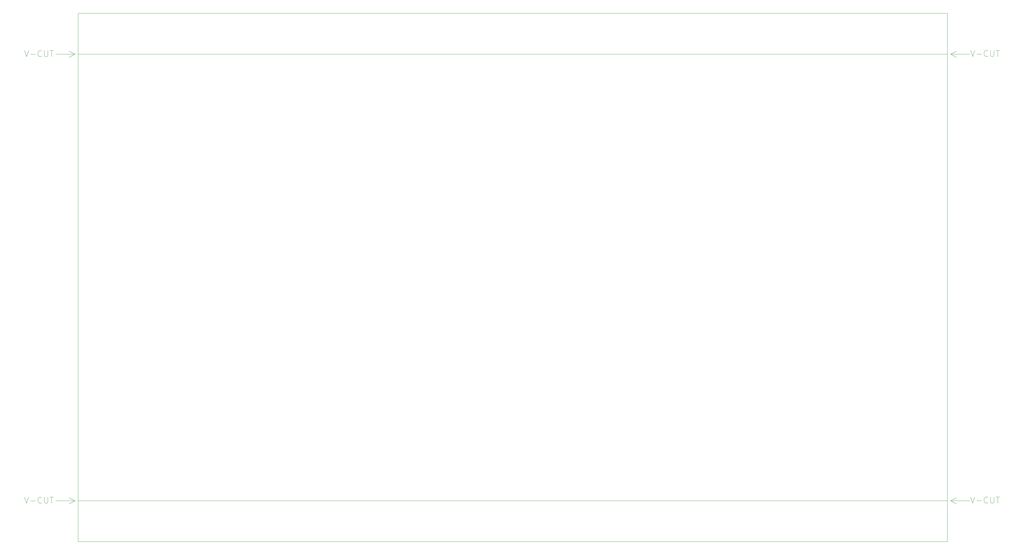
<source format=gm1>
G04 #@! TF.GenerationSoftware,KiCad,Pcbnew,8.0.6-unknown-202411051418~a3eff548b7~ubuntu20.04.1*
G04 #@! TF.CreationDate,2024-11-07T21:25:44-05:00*
G04 #@! TF.ProjectId,ARX,4152582e-6b69-4636-9164-5f7063625858,Revision I*
G04 #@! TF.SameCoordinates,Original*
G04 #@! TF.FileFunction,Profile,NP*
%FSLAX46Y46*%
G04 Gerber Fmt 4.6, Leading zero omitted, Abs format (unit mm)*
G04 Created by KiCad (PCBNEW 8.0.6-unknown-202411051418~a3eff548b7~ubuntu20.04.1) date 2024-11-07 21:25:44*
%MOMM*%
%LPD*%
G01*
G04 APERTURE LIST*
G04 #@! TA.AperFunction,Profile*
%ADD10C,0.150000*%
G04 #@! TD*
%ADD11C,0.150000*%
G04 APERTURE END LIST*
D10*
X160856013Y-130536208D02*
X157046012Y-128631208D01*
X162761012Y-130536208D02*
X702511012Y-130536208D01*
X704416011Y-130536208D02*
X716481012Y-130536208D01*
X162761012Y-408158208D02*
X702511012Y-408158208D01*
X704416011Y-408158208D02*
X708226012Y-406253208D01*
X160856013Y-408158208D02*
X157046012Y-406253208D01*
X160856013Y-408158208D02*
X157046012Y-410063208D01*
X704416011Y-408158208D02*
X708226012Y-410063208D01*
X162761012Y-105136208D02*
X702511012Y-105136208D01*
X702511012Y-105136208D02*
X702511012Y-433558208D01*
X704416011Y-408158208D02*
X716481012Y-408158208D01*
X160856013Y-408158208D02*
X148791012Y-408158208D01*
X704416011Y-130536208D02*
X708226012Y-128631208D01*
X704416011Y-130536208D02*
X708226012Y-132441208D01*
X702511012Y-433558208D02*
X162761012Y-433558208D01*
X160856013Y-130536208D02*
X157046012Y-132441208D01*
X162761012Y-433558208D02*
X162761012Y-105136208D01*
X160856013Y-130536208D02*
X148791012Y-130536208D01*
D11*
X716942553Y-128157136D02*
X718212553Y-131967136D01*
X718212553Y-131967136D02*
X719482553Y-128157136D01*
X720752552Y-130515708D02*
X723655410Y-130515708D01*
X727646838Y-131604279D02*
X727465410Y-131785708D01*
X727465410Y-131785708D02*
X726921124Y-131967136D01*
X726921124Y-131967136D02*
X726558267Y-131967136D01*
X726558267Y-131967136D02*
X726013981Y-131785708D01*
X726013981Y-131785708D02*
X725651124Y-131422850D01*
X725651124Y-131422850D02*
X725469695Y-131059993D01*
X725469695Y-131059993D02*
X725288267Y-130334279D01*
X725288267Y-130334279D02*
X725288267Y-129789993D01*
X725288267Y-129789993D02*
X725469695Y-129064279D01*
X725469695Y-129064279D02*
X725651124Y-128701422D01*
X725651124Y-128701422D02*
X726013981Y-128338565D01*
X726013981Y-128338565D02*
X726558267Y-128157136D01*
X726558267Y-128157136D02*
X726921124Y-128157136D01*
X726921124Y-128157136D02*
X727465410Y-128338565D01*
X727465410Y-128338565D02*
X727646838Y-128519993D01*
X729279695Y-128157136D02*
X729279695Y-131241422D01*
X729279695Y-131241422D02*
X729461124Y-131604279D01*
X729461124Y-131604279D02*
X729642553Y-131785708D01*
X729642553Y-131785708D02*
X730005410Y-131967136D01*
X730005410Y-131967136D02*
X730731124Y-131967136D01*
X730731124Y-131967136D02*
X731093981Y-131785708D01*
X731093981Y-131785708D02*
X731275410Y-131604279D01*
X731275410Y-131604279D02*
X731456838Y-131241422D01*
X731456838Y-131241422D02*
X731456838Y-128157136D01*
X732726839Y-128157136D02*
X734903982Y-128157136D01*
X733815410Y-131967136D02*
X733815410Y-128157136D01*
X129440553Y-405906136D02*
X130710553Y-409716136D01*
X130710553Y-409716136D02*
X131980553Y-405906136D01*
X133250552Y-408264708D02*
X136153410Y-408264708D01*
X140144838Y-409353279D02*
X139963410Y-409534708D01*
X139963410Y-409534708D02*
X139419124Y-409716136D01*
X139419124Y-409716136D02*
X139056267Y-409716136D01*
X139056267Y-409716136D02*
X138511981Y-409534708D01*
X138511981Y-409534708D02*
X138149124Y-409171850D01*
X138149124Y-409171850D02*
X137967695Y-408808993D01*
X137967695Y-408808993D02*
X137786267Y-408083279D01*
X137786267Y-408083279D02*
X137786267Y-407538993D01*
X137786267Y-407538993D02*
X137967695Y-406813279D01*
X137967695Y-406813279D02*
X138149124Y-406450422D01*
X138149124Y-406450422D02*
X138511981Y-406087565D01*
X138511981Y-406087565D02*
X139056267Y-405906136D01*
X139056267Y-405906136D02*
X139419124Y-405906136D01*
X139419124Y-405906136D02*
X139963410Y-406087565D01*
X139963410Y-406087565D02*
X140144838Y-406268993D01*
X141777695Y-405906136D02*
X141777695Y-408990422D01*
X141777695Y-408990422D02*
X141959124Y-409353279D01*
X141959124Y-409353279D02*
X142140553Y-409534708D01*
X142140553Y-409534708D02*
X142503410Y-409716136D01*
X142503410Y-409716136D02*
X143229124Y-409716136D01*
X143229124Y-409716136D02*
X143591981Y-409534708D01*
X143591981Y-409534708D02*
X143773410Y-409353279D01*
X143773410Y-409353279D02*
X143954838Y-408990422D01*
X143954838Y-408990422D02*
X143954838Y-405906136D01*
X145224839Y-405906136D02*
X147401982Y-405906136D01*
X146313410Y-409716136D02*
X146313410Y-405906136D01*
X716942553Y-405779136D02*
X718212553Y-409589136D01*
X718212553Y-409589136D02*
X719482553Y-405779136D01*
X720752552Y-408137708D02*
X723655410Y-408137708D01*
X727646838Y-409226279D02*
X727465410Y-409407708D01*
X727465410Y-409407708D02*
X726921124Y-409589136D01*
X726921124Y-409589136D02*
X726558267Y-409589136D01*
X726558267Y-409589136D02*
X726013981Y-409407708D01*
X726013981Y-409407708D02*
X725651124Y-409044850D01*
X725651124Y-409044850D02*
X725469695Y-408681993D01*
X725469695Y-408681993D02*
X725288267Y-407956279D01*
X725288267Y-407956279D02*
X725288267Y-407411993D01*
X725288267Y-407411993D02*
X725469695Y-406686279D01*
X725469695Y-406686279D02*
X725651124Y-406323422D01*
X725651124Y-406323422D02*
X726013981Y-405960565D01*
X726013981Y-405960565D02*
X726558267Y-405779136D01*
X726558267Y-405779136D02*
X726921124Y-405779136D01*
X726921124Y-405779136D02*
X727465410Y-405960565D01*
X727465410Y-405960565D02*
X727646838Y-406141993D01*
X729279695Y-405779136D02*
X729279695Y-408863422D01*
X729279695Y-408863422D02*
X729461124Y-409226279D01*
X729461124Y-409226279D02*
X729642553Y-409407708D01*
X729642553Y-409407708D02*
X730005410Y-409589136D01*
X730005410Y-409589136D02*
X730731124Y-409589136D01*
X730731124Y-409589136D02*
X731093981Y-409407708D01*
X731093981Y-409407708D02*
X731275410Y-409226279D01*
X731275410Y-409226279D02*
X731456838Y-408863422D01*
X731456838Y-408863422D02*
X731456838Y-405779136D01*
X732726839Y-405779136D02*
X734903982Y-405779136D01*
X733815410Y-409589136D02*
X733815410Y-405779136D01*
X129440553Y-128284136D02*
X130710553Y-132094136D01*
X130710553Y-132094136D02*
X131980553Y-128284136D01*
X133250552Y-130642708D02*
X136153410Y-130642708D01*
X140144838Y-131731279D02*
X139963410Y-131912708D01*
X139963410Y-131912708D02*
X139419124Y-132094136D01*
X139419124Y-132094136D02*
X139056267Y-132094136D01*
X139056267Y-132094136D02*
X138511981Y-131912708D01*
X138511981Y-131912708D02*
X138149124Y-131549850D01*
X138149124Y-131549850D02*
X137967695Y-131186993D01*
X137967695Y-131186993D02*
X137786267Y-130461279D01*
X137786267Y-130461279D02*
X137786267Y-129916993D01*
X137786267Y-129916993D02*
X137967695Y-129191279D01*
X137967695Y-129191279D02*
X138149124Y-128828422D01*
X138149124Y-128828422D02*
X138511981Y-128465565D01*
X138511981Y-128465565D02*
X139056267Y-128284136D01*
X139056267Y-128284136D02*
X139419124Y-128284136D01*
X139419124Y-128284136D02*
X139963410Y-128465565D01*
X139963410Y-128465565D02*
X140144838Y-128646993D01*
X141777695Y-128284136D02*
X141777695Y-131368422D01*
X141777695Y-131368422D02*
X141959124Y-131731279D01*
X141959124Y-131731279D02*
X142140553Y-131912708D01*
X142140553Y-131912708D02*
X142503410Y-132094136D01*
X142503410Y-132094136D02*
X143229124Y-132094136D01*
X143229124Y-132094136D02*
X143591981Y-131912708D01*
X143591981Y-131912708D02*
X143773410Y-131731279D01*
X143773410Y-131731279D02*
X143954838Y-131368422D01*
X143954838Y-131368422D02*
X143954838Y-128284136D01*
X145224839Y-128284136D02*
X147401982Y-128284136D01*
X146313410Y-132094136D02*
X146313410Y-128284136D01*
M02*

</source>
